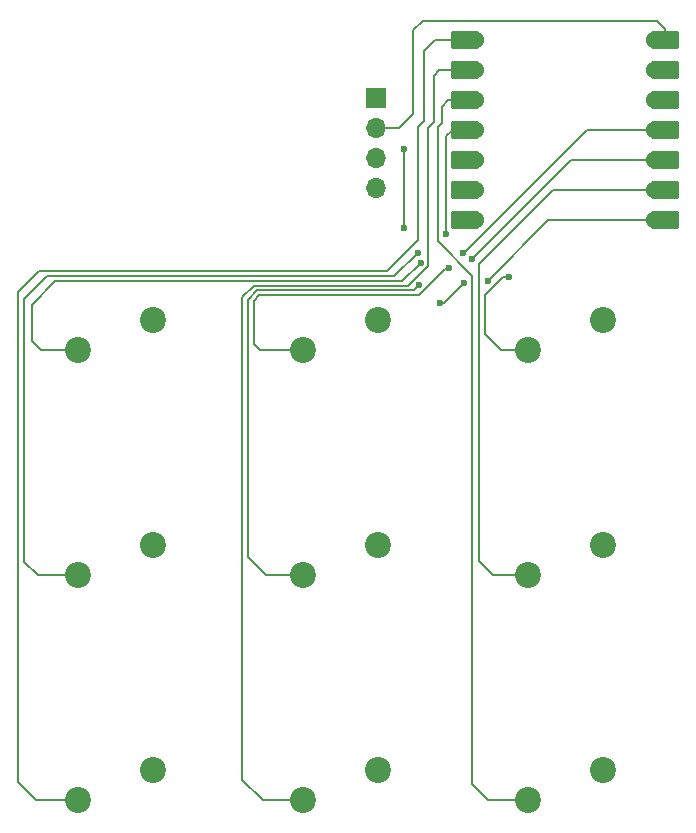
<source format=gbr>
%TF.GenerationSoftware,KiCad,Pcbnew,9.0.2*%
%TF.CreationDate,2025-06-15T22:04:45+08:00*%
%TF.ProjectId,osuPad,6f737550-6164-42e6-9b69-6361645f7063,rev?*%
%TF.SameCoordinates,Original*%
%TF.FileFunction,Copper,L1,Top*%
%TF.FilePolarity,Positive*%
%FSLAX46Y46*%
G04 Gerber Fmt 4.6, Leading zero omitted, Abs format (unit mm)*
G04 Created by KiCad (PCBNEW 9.0.2) date 2025-06-15 22:04:45*
%MOMM*%
%LPD*%
G01*
G04 APERTURE LIST*
G04 Aperture macros list*
%AMRoundRect*
0 Rectangle with rounded corners*
0 $1 Rounding radius*
0 $2 $3 $4 $5 $6 $7 $8 $9 X,Y pos of 4 corners*
0 Add a 4 corners polygon primitive as box body*
4,1,4,$2,$3,$4,$5,$6,$7,$8,$9,$2,$3,0*
0 Add four circle primitives for the rounded corners*
1,1,$1+$1,$2,$3*
1,1,$1+$1,$4,$5*
1,1,$1+$1,$6,$7*
1,1,$1+$1,$8,$9*
0 Add four rect primitives between the rounded corners*
20,1,$1+$1,$2,$3,$4,$5,0*
20,1,$1+$1,$4,$5,$6,$7,0*
20,1,$1+$1,$6,$7,$8,$9,0*
20,1,$1+$1,$8,$9,$2,$3,0*%
G04 Aperture macros list end*
%TA.AperFunction,ComponentPad*%
%ADD10C,2.200000*%
%TD*%
%TA.AperFunction,ComponentPad*%
%ADD11R,1.700000X1.700000*%
%TD*%
%TA.AperFunction,ComponentPad*%
%ADD12O,1.700000X1.700000*%
%TD*%
%TA.AperFunction,SMDPad,CuDef*%
%ADD13RoundRect,0.152400X1.063600X0.609600X-1.063600X0.609600X-1.063600X-0.609600X1.063600X-0.609600X0*%
%TD*%
%TA.AperFunction,ComponentPad*%
%ADD14C,1.524000*%
%TD*%
%TA.AperFunction,SMDPad,CuDef*%
%ADD15RoundRect,0.152400X-1.063600X-0.609600X1.063600X-0.609600X1.063600X0.609600X-1.063600X0.609600X0*%
%TD*%
%TA.AperFunction,ViaPad*%
%ADD16C,0.600000*%
%TD*%
%TA.AperFunction,Conductor*%
%ADD17C,0.200000*%
%TD*%
G04 APERTURE END LIST*
D10*
%TO.P,SW4,1,1*%
%TO.N,GND*%
X117240000Y-105670000D03*
%TO.P,SW4,2,2*%
%TO.N,Net-(U1-GPIO29{slash}ADC3{slash}A3)*%
X110890000Y-108210000D03*
%TD*%
%TO.P,SW5,1,1*%
%TO.N,GND*%
X136290000Y-105670000D03*
%TO.P,SW5,2,2*%
%TO.N,Net-(U1-GPIO1{slash}RX)*%
X129940000Y-108210000D03*
%TD*%
%TO.P,SW6,1,1*%
%TO.N,GND*%
X155340000Y-105670000D03*
%TO.P,SW6,2,2*%
%TO.N,Net-(U1-GPIO2{slash}SCK)*%
X148990000Y-108210000D03*
%TD*%
D11*
%TO.P,Brd1,1,GND*%
%TO.N,GND*%
X136131250Y-67848750D03*
D12*
%TO.P,Brd1,2,VCC*%
%TO.N,+5V*%
X136131250Y-70388750D03*
%TO.P,Brd1,3,SCL*%
%TO.N,Net-(Brd1-SCL)*%
X136131250Y-72928750D03*
%TO.P,Brd1,4,SDA*%
%TO.N,Net-(Brd1-SDA)*%
X136131250Y-75468750D03*
%TD*%
D10*
%TO.P,SW9,1,1*%
%TO.N,GND*%
X155340000Y-86620000D03*
%TO.P,SW9,2,2*%
%TO.N,Net-(U1-GPIO0{slash}TX)*%
X148990000Y-89160000D03*
%TD*%
%TO.P,SW1,1,1*%
%TO.N,GND*%
X117240000Y-124720000D03*
%TO.P,SW1,2,2*%
%TO.N,Net-(U1-GPIO26{slash}ADC0{slash}A0)*%
X110890000Y-127260000D03*
%TD*%
%TO.P,SW8,1,1*%
%TO.N,GND*%
X136290000Y-86620000D03*
%TO.P,SW8,2,2*%
%TO.N,Net-(U1-GPIO3{slash}MOSI)*%
X129940000Y-89160000D03*
%TD*%
%TO.P,SW7,1,1*%
%TO.N,GND*%
X117240000Y-86620000D03*
%TO.P,SW7,2,2*%
%TO.N,Net-(U1-GPIO4{slash}MISO)*%
X110890000Y-89160000D03*
%TD*%
%TO.P,SW3,1,1*%
%TO.N,GND*%
X155340000Y-124720000D03*
%TO.P,SW3,2,2*%
%TO.N,Net-(U1-GPIO28{slash}ADC2{slash}A2)*%
X148990000Y-127260000D03*
%TD*%
D13*
%TO.P,U1,1,GPIO26/ADC0/A0*%
%TO.N,Net-(U1-GPIO26{slash}ADC0{slash}A0)*%
X143721250Y-62928750D03*
D14*
X144556250Y-62928750D03*
D13*
%TO.P,U1,2,GPIO27/ADC1/A1*%
%TO.N,Net-(U1-GPIO27{slash}ADC1{slash}A1)*%
X143721250Y-65468750D03*
D14*
X144556250Y-65468750D03*
D13*
%TO.P,U1,3,GPIO28/ADC2/A2*%
%TO.N,Net-(U1-GPIO28{slash}ADC2{slash}A2)*%
X143721250Y-68008750D03*
D14*
X144556250Y-68008750D03*
D13*
%TO.P,U1,4,GPIO29/ADC3/A3*%
%TO.N,Net-(U1-GPIO29{slash}ADC3{slash}A3)*%
X143721250Y-70548750D03*
D14*
X144556250Y-70548750D03*
D13*
%TO.P,U1,5,GPIO6/SDA*%
%TO.N,Net-(Brd1-SDA)*%
X143721250Y-73088750D03*
D14*
X144556250Y-73088750D03*
D13*
%TO.P,U1,6,GPIO7/SCL*%
%TO.N,Net-(Brd1-SCL)*%
X143721250Y-75628750D03*
D14*
X144556250Y-75628750D03*
D13*
%TO.P,U1,7,GPIO0/TX*%
%TO.N,Net-(U1-GPIO0{slash}TX)*%
X143721250Y-78168750D03*
D14*
X144556250Y-78168750D03*
%TO.P,U1,8,GPIO1/RX*%
%TO.N,Net-(U1-GPIO1{slash}RX)*%
X159796250Y-78168750D03*
D15*
X160631250Y-78168750D03*
D14*
%TO.P,U1,9,GPIO2/SCK*%
%TO.N,Net-(U1-GPIO2{slash}SCK)*%
X159796250Y-75628750D03*
D15*
X160631250Y-75628750D03*
D14*
%TO.P,U1,10,GPIO4/MISO*%
%TO.N,Net-(U1-GPIO4{slash}MISO)*%
X159796250Y-73088750D03*
D15*
X160631250Y-73088750D03*
D14*
%TO.P,U1,11,GPIO3/MOSI*%
%TO.N,Net-(U1-GPIO3{slash}MOSI)*%
X159796250Y-70548750D03*
D15*
X160631250Y-70548750D03*
D14*
%TO.P,U1,12,3V3*%
%TO.N,unconnected-(U1-3V3-Pad12)*%
X159796250Y-68008750D03*
D15*
X160631250Y-68008750D03*
D14*
%TO.P,U1,13,GND*%
%TO.N,GND*%
X159796250Y-65468750D03*
D15*
X160631250Y-65468750D03*
D14*
%TO.P,U1,14,VBUS*%
%TO.N,+5V*%
X159796250Y-62928750D03*
D15*
X160631250Y-62928750D03*
%TD*%
D10*
%TO.P,SW2,1,1*%
%TO.N,GND*%
X136290000Y-124720000D03*
%TO.P,SW2,2,2*%
%TO.N,Net-(U1-GPIO27{slash}ADC1{slash}A1)*%
X129940000Y-127260000D03*
%TD*%
D16*
%TO.N,GND*%
X138500000Y-78800000D03*
X138500000Y-72100000D03*
%TO.N,Net-(U1-GPIO29{slash}ADC3{slash}A3)*%
X139700000Y-80900000D03*
X142131250Y-79300000D03*
%TO.N,Net-(U1-GPIO1{slash}RX)*%
X139775735Y-83675735D03*
X143631250Y-83468750D03*
X145631250Y-83268750D03*
X141606985Y-85193015D03*
%TO.N,Net-(U1-GPIO4{slash}MISO)*%
X139931250Y-81768750D03*
X144255947Y-81468508D03*
%TO.N,Net-(U1-GPIO3{slash}MOSI)*%
X142331250Y-82168750D03*
X143531250Y-80968750D03*
%TO.N,Net-(U1-GPIO0{slash}TX)*%
X147400000Y-83000000D03*
%TD*%
D17*
%TO.N,+5V*%
X159931250Y-61268750D02*
X140131250Y-61268750D01*
X139331250Y-69168750D02*
X138111250Y-70388750D01*
X139331250Y-62068750D02*
X139331250Y-69168750D01*
X160631250Y-62928750D02*
X160631250Y-61968750D01*
X138111250Y-70388750D02*
X136131250Y-70388750D01*
X140131250Y-61268750D02*
X139331250Y-62068750D01*
X160631250Y-61968750D02*
X159931250Y-61268750D01*
%TO.N,GND*%
X138500000Y-78800000D02*
X138500000Y-72100000D01*
%TO.N,Net-(U1-GPIO26{slash}ADC0{slash}A0)*%
X141171250Y-62928750D02*
X140231250Y-63868750D01*
X143721250Y-62928750D02*
X141171250Y-62928750D01*
X107600000Y-82500000D02*
X105831250Y-84268750D01*
X139731250Y-70268750D02*
X139731250Y-79868750D01*
X107360000Y-127260000D02*
X110890000Y-127260000D01*
X140231250Y-69768750D02*
X139731250Y-70268750D01*
X139731250Y-79868750D02*
X137100000Y-82500000D01*
X137100000Y-82500000D02*
X107600000Y-82500000D01*
X105831250Y-125731250D02*
X107360000Y-127260000D01*
X140231250Y-63868750D02*
X140231250Y-69768750D01*
X105831250Y-84268750D02*
X105831250Y-125731250D01*
%TO.N,Net-(U1-GPIO27{slash}ADC1{slash}A1)*%
X140531250Y-82068750D02*
X140531250Y-70317280D01*
X129940000Y-127260000D02*
X126560000Y-127260000D01*
X124831250Y-84668750D02*
X125800000Y-83700000D01*
X141531250Y-65468750D02*
X144556250Y-65468750D01*
X141031250Y-65968750D02*
X141531250Y-65468750D01*
X138900000Y-83700000D02*
X140531250Y-82068750D01*
X140531250Y-70317280D02*
X141031250Y-69817280D01*
X125800000Y-83700000D02*
X138900000Y-83700000D01*
X141031250Y-69817280D02*
X141031250Y-65968750D01*
X124831250Y-125531250D02*
X124831250Y-84668750D01*
X126560000Y-127260000D02*
X124831250Y-125531250D01*
%TO.N,Net-(U1-GPIO28{slash}ADC2{slash}A2)*%
X141731250Y-69965809D02*
X141390585Y-70306474D01*
X143721250Y-68008750D02*
X142291250Y-68008750D01*
X141731250Y-68568750D02*
X141731250Y-69965809D01*
X144331250Y-82900000D02*
X144331250Y-125931250D01*
X144331250Y-125931250D02*
X145660000Y-127260000D01*
X141390585Y-70306474D02*
X141390585Y-79959335D01*
X145660000Y-127260000D02*
X148990000Y-127260000D01*
X141390585Y-79959335D02*
X144331250Y-82900000D01*
X142291250Y-68008750D02*
X141731250Y-68568750D01*
%TO.N,Net-(U1-GPIO29{slash}ADC3{slash}A3)*%
X137700000Y-82900000D02*
X108300000Y-82900000D01*
X108300000Y-82900000D02*
X106400000Y-84800000D01*
X142131250Y-71068750D02*
X142131250Y-79300000D01*
X142651250Y-70548750D02*
X142131250Y-71068750D01*
X107510000Y-108210000D02*
X110890000Y-108210000D01*
X106400000Y-107100000D02*
X107510000Y-108210000D01*
X106400000Y-84800000D02*
X106400000Y-107100000D01*
X139700000Y-80900000D02*
X137700000Y-82900000D01*
X144556250Y-70548750D02*
X142651250Y-70548750D01*
%TO.N,Net-(U1-GPIO1{slash}RX)*%
X141906985Y-85193015D02*
X141606985Y-85193015D01*
X126100000Y-84100000D02*
X125300000Y-84900000D01*
X160631250Y-78168750D02*
X150731250Y-78168750D01*
X125300000Y-84900000D02*
X125300000Y-106700000D01*
X139351470Y-84100000D02*
X126100000Y-84100000D01*
X125300000Y-106700000D02*
X126810000Y-108210000D01*
X143000000Y-84100000D02*
X141906985Y-85193015D01*
X126810000Y-108210000D02*
X129940000Y-108210000D01*
X150731250Y-78168750D02*
X145631250Y-83268750D01*
X139775735Y-83675735D02*
X139351470Y-84100000D01*
X143631250Y-83468750D02*
X143000000Y-84100000D01*
%TO.N,Net-(U1-GPIO2{slash}SCK)*%
X144900000Y-107000000D02*
X146110000Y-108210000D01*
X159796250Y-75628750D02*
X151171250Y-75628750D01*
X151171250Y-75628750D02*
X144900000Y-81900000D01*
X144900000Y-81900000D02*
X144900000Y-107000000D01*
X146110000Y-108210000D02*
X148990000Y-108210000D01*
%TO.N,Net-(U1-GPIO4{slash}MISO)*%
X107000000Y-88400000D02*
X107760000Y-89160000D01*
X159796250Y-73088750D02*
X152635705Y-73088750D01*
X109000000Y-83300000D02*
X107000000Y-85300000D01*
X139931250Y-81768750D02*
X138400000Y-83300000D01*
X107000000Y-85300000D02*
X107000000Y-88400000D01*
X107760000Y-89160000D02*
X110890000Y-89160000D01*
X152635705Y-73088750D02*
X144255947Y-81468508D01*
X138400000Y-83300000D02*
X109000000Y-83300000D01*
%TO.N,Net-(U1-GPIO3{slash}MOSI)*%
X154051250Y-70548750D02*
X159796250Y-70548750D01*
X140023265Y-84276735D02*
X139800000Y-84500000D01*
X139800000Y-84500000D02*
X139518570Y-84500000D01*
X139517570Y-84501000D02*
X126266100Y-84501000D01*
X126266100Y-84501000D02*
X125800000Y-84967100D01*
X140376735Y-83924678D02*
X140024678Y-84276735D01*
X139518570Y-84500000D02*
X139517570Y-84501000D01*
X143531250Y-80968750D02*
X143631250Y-80968750D01*
X143631250Y-80968750D02*
X154051250Y-70548750D01*
X140024678Y-84276735D02*
X140023265Y-84276735D01*
X142031250Y-82268750D02*
X140376735Y-83923265D01*
X142331250Y-82168750D02*
X142231250Y-82268750D01*
X126360000Y-89160000D02*
X129940000Y-89160000D01*
X125800000Y-84967100D02*
X125800000Y-88600000D01*
X140376735Y-83923265D02*
X140376735Y-83924678D01*
X142231250Y-82268750D02*
X142031250Y-82268750D01*
X125800000Y-88600000D02*
X126360000Y-89160000D01*
%TO.N,Net-(U1-GPIO0{slash}TX)*%
X148990000Y-89160000D02*
X146760000Y-89160000D01*
X145400000Y-84500000D02*
X146900000Y-83000000D01*
X145400000Y-87800000D02*
X145400000Y-84500000D01*
X146760000Y-89160000D02*
X145400000Y-87800000D01*
X146900000Y-83000000D02*
X147400000Y-83000000D01*
%TD*%
M02*

</source>
